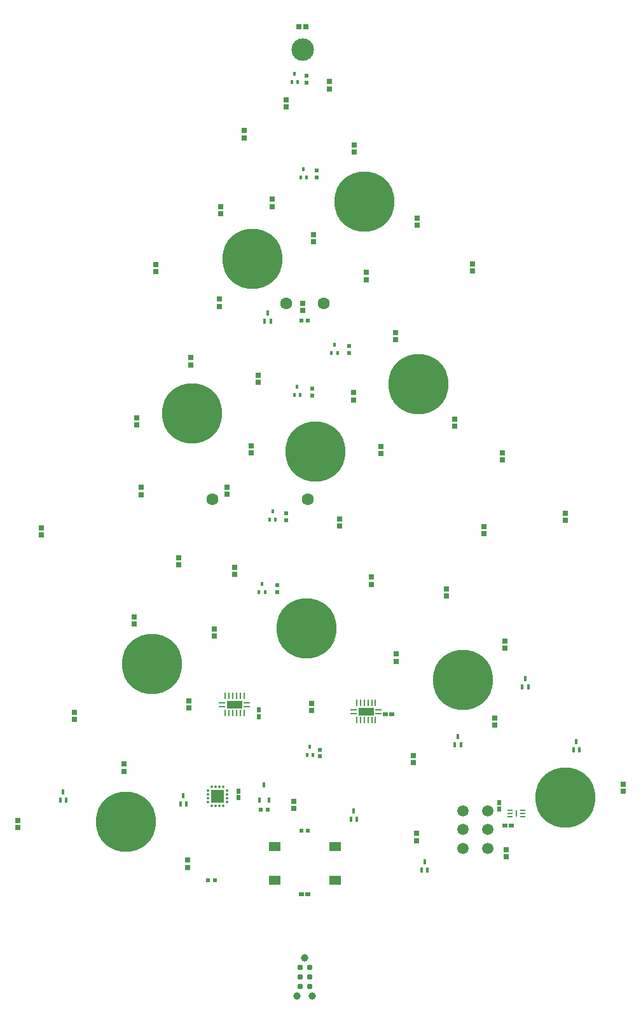
<source format=gbr>
%TF.GenerationSoftware,Altium Limited,Altium Designer,21.4.1 (30)*%
G04 Layer_Color=255*
%FSLAX26Y26*%
%MOIN*%
%TF.SameCoordinates,C79CEFAC-E130-474B-83DD-F1A68A00FB65*%
%TF.FilePolarity,Positive*%
%TF.FileFunction,Pads,Top*%
%TF.Part,Single*%
G01*
G75*
%TA.AperFunction,SMDPad,CuDef*%
%ADD11R,0.021654X0.021654*%
%ADD12O,0.031496X0.007874*%
%ADD13R,0.010236X0.035433*%
%ADD14R,0.027559X0.025591*%
%ADD15R,0.017716X0.023622*%
%ADD16R,0.017716X0.025591*%
%ADD17O,0.009842X0.035433*%
%ADD18O,0.035433X0.009842*%
%ADD19R,0.078740X0.039370*%
%ADD20R,0.025591X0.027559*%
%ADD21R,0.061024X0.051181*%
%ADD22R,0.021654X0.021654*%
%ADD23R,0.024409X0.025984*%
%ADD24C,0.314961*%
%ADD25O,0.013780X0.019685*%
%ADD26O,0.019685X0.013780*%
%ADD27R,0.066929X0.066929*%
%ADD28R,0.025984X0.024409*%
%TA.AperFunction,BGAPad,CuDef*%
%ADD29C,0.031000*%
%TA.AperFunction,ComponentPad*%
%ADD33C,0.062992*%
%ADD34C,0.039000*%
%ADD35C,0.059055*%
%ADD36C,0.118110*%
D11*
X-470284Y878000D02*
D03*
X-505717D02*
D03*
X-17717Y1137000D02*
D03*
X17716D02*
D03*
X-229717Y1248000D02*
D03*
X-194284D02*
D03*
X17717Y3812000D02*
D03*
X-17716D02*
D03*
D12*
X1078012Y1244000D02*
D03*
Y1228252D02*
D03*
Y1212504D02*
D03*
X1143012D02*
D03*
Y1228252D02*
D03*
Y1244000D02*
D03*
D13*
X1110512Y1228252D02*
D03*
D14*
X1670000Y1345299D02*
D03*
Y1382701D02*
D03*
X-98000Y4930299D02*
D03*
Y4967701D02*
D03*
X-169000Y4409299D02*
D03*
Y4446701D02*
D03*
X-439000Y4408000D02*
D03*
Y4370598D02*
D03*
X129000Y5026299D02*
D03*
Y5063701D02*
D03*
X261000Y4732701D02*
D03*
Y4695299D02*
D03*
X-780000Y4067299D02*
D03*
Y4104701D02*
D03*
X-447000Y3923000D02*
D03*
Y3885598D02*
D03*
X47000Y4224598D02*
D03*
Y4262000D02*
D03*
X-9000Y3900701D02*
D03*
Y3863299D02*
D03*
X324000Y4026299D02*
D03*
Y4063701D02*
D03*
X589000Y4349402D02*
D03*
Y4312000D02*
D03*
X880000Y4072000D02*
D03*
Y4109402D02*
D03*
X-880000Y3301000D02*
D03*
Y3263598D02*
D03*
X-598000Y3579299D02*
D03*
Y3616701D02*
D03*
X-280000Y3155701D02*
D03*
Y3118299D02*
D03*
X-244000Y3486598D02*
D03*
Y3524000D02*
D03*
X255000Y3433402D02*
D03*
Y3396000D02*
D03*
X478000Y3710299D02*
D03*
Y3747701D02*
D03*
X788000Y3294402D02*
D03*
Y3257000D02*
D03*
X-1379000Y2688598D02*
D03*
Y2726000D02*
D03*
X-856000Y2937000D02*
D03*
Y2899598D02*
D03*
X-408000Y2900299D02*
D03*
Y2937701D02*
D03*
X182000Y2772000D02*
D03*
Y2734598D02*
D03*
X399000Y3114299D02*
D03*
Y3151701D02*
D03*
X1036000Y3118402D02*
D03*
Y3081000D02*
D03*
X1365000Y2764000D02*
D03*
Y2801402D02*
D03*
X-892000Y2259000D02*
D03*
Y2221598D02*
D03*
X-659000Y2530598D02*
D03*
Y2568000D02*
D03*
X-475000Y2195000D02*
D03*
Y2157598D02*
D03*
X-367000Y2481299D02*
D03*
Y2518701D02*
D03*
X351000Y2466701D02*
D03*
Y2429299D02*
D03*
X744000Y2366598D02*
D03*
Y2404000D02*
D03*
X940000Y2732000D02*
D03*
Y2694598D02*
D03*
X-1208000Y1720299D02*
D03*
Y1757701D02*
D03*
X-606000Y1818701D02*
D03*
Y1781299D02*
D03*
X36000Y1767598D02*
D03*
Y1805000D02*
D03*
X569000Y1532000D02*
D03*
Y1494598D02*
D03*
X479000Y2025598D02*
D03*
Y2063000D02*
D03*
X998000Y1728000D02*
D03*
Y1690598D02*
D03*
X1049000Y2094299D02*
D03*
Y2131701D02*
D03*
X-1503000Y1192701D02*
D03*
Y1155299D02*
D03*
X-946000Y1449299D02*
D03*
Y1486701D02*
D03*
X-615000Y983701D02*
D03*
Y946299D02*
D03*
X-58000Y1254598D02*
D03*
Y1292000D02*
D03*
X586000Y1123701D02*
D03*
Y1086299D02*
D03*
X1058000Y1002000D02*
D03*
Y1039402D02*
D03*
X-316000Y4769299D02*
D03*
Y4806701D02*
D03*
D15*
X-52110Y5104449D02*
D03*
X-36362Y5061142D02*
D03*
X-67858D02*
D03*
X28000Y1578654D02*
D03*
X43748Y1535347D02*
D03*
X12252D02*
D03*
X-223000Y2432654D02*
D03*
X-207252Y2389347D02*
D03*
X-238748D02*
D03*
X-168000Y2809654D02*
D03*
X-152252Y2766347D02*
D03*
X-183748D02*
D03*
X-39000Y3464654D02*
D03*
X-23252Y3421347D02*
D03*
X-54748D02*
D03*
X157000Y3683654D02*
D03*
X172748Y3640347D02*
D03*
X141252D02*
D03*
X-5890Y4604449D02*
D03*
X9858Y4561142D02*
D03*
X-21638D02*
D03*
D16*
X-237591Y1298482D02*
D03*
X-186410D02*
D03*
X-212000Y1377223D02*
D03*
X1408252Y1562347D02*
D03*
X1439748D02*
D03*
X1424000Y1605654D02*
D03*
X1140142Y1890189D02*
D03*
X1171638D02*
D03*
X1155890Y1933496D02*
D03*
X787252Y1588504D02*
D03*
X818748D02*
D03*
X803000Y1631811D02*
D03*
X613252Y931504D02*
D03*
X644748D02*
D03*
X629000Y974811D02*
D03*
X242252Y1196347D02*
D03*
X273748D02*
D03*
X258000Y1239654D02*
D03*
X-651748Y1279504D02*
D03*
X-620252D02*
D03*
X-636000Y1322811D02*
D03*
X-1281748Y1299504D02*
D03*
X-1250252D02*
D03*
X-1266000Y1342811D02*
D03*
X-209858Y3807189D02*
D03*
X-178362D02*
D03*
X-194110Y3850496D02*
D03*
D17*
X371213Y1807276D02*
D03*
X351527D02*
D03*
X331842D02*
D03*
X312158D02*
D03*
X292472D02*
D03*
X272787D02*
D03*
Y1716724D02*
D03*
X292472D02*
D03*
X312158D02*
D03*
X331842D02*
D03*
X351527D02*
D03*
X371213D02*
D03*
X-317787Y1753724D02*
D03*
X-337473D02*
D03*
X-357158D02*
D03*
X-376842D02*
D03*
X-396528D02*
D03*
X-416213D02*
D03*
Y1844276D02*
D03*
X-396528D02*
D03*
X-376842D02*
D03*
X-357158D02*
D03*
X-337473D02*
D03*
X-317787D02*
D03*
D18*
X257039Y1771842D02*
D03*
Y1752158D02*
D03*
X386961D02*
D03*
Y1771842D02*
D03*
X-302039Y1808842D02*
D03*
Y1789158D02*
D03*
X-431961D02*
D03*
Y1808842D02*
D03*
D19*
X322000Y1762000D02*
D03*
X-367000Y1799000D02*
D03*
D20*
X7701Y5352000D02*
D03*
X-29701D02*
D03*
D21*
X-158465Y1055583D02*
D03*
Y878417D02*
D03*
X158464Y1055583D02*
D03*
Y878417D02*
D03*
D22*
X232000Y3641283D02*
D03*
Y3676716D02*
D03*
X80000Y1527283D02*
D03*
Y1562716D02*
D03*
X-142000Y2423716D02*
D03*
Y2388283D02*
D03*
X-98000Y2764283D02*
D03*
Y2799716D02*
D03*
X41000Y3419567D02*
D03*
Y3455000D02*
D03*
X63000Y4562283D02*
D03*
Y4597717D02*
D03*
X9000Y5059283D02*
D03*
Y5094717D02*
D03*
D23*
X1020000Y1250354D02*
D03*
Y1285000D02*
D03*
X-240000Y1736000D02*
D03*
Y1770646D02*
D03*
X-348000Y1311000D02*
D03*
Y1345646D02*
D03*
D24*
X1365000Y1310000D02*
D03*
X314000Y4433000D02*
D03*
X57000Y3124000D02*
D03*
X598000Y3479000D02*
D03*
X-591000Y3324000D02*
D03*
X829000Y1927000D02*
D03*
X-274000Y4135000D02*
D03*
X11000Y2198000D02*
D03*
X-799000Y2012000D02*
D03*
X-938000Y1186000D02*
D03*
D25*
X-426276Y1369354D02*
D03*
X-445961D02*
D03*
X-465646D02*
D03*
X-485331D02*
D03*
Y1268961D02*
D03*
X-465646D02*
D03*
X-445961D02*
D03*
X-426276D02*
D03*
D26*
X-506000Y1348685D02*
D03*
Y1329000D02*
D03*
Y1309315D02*
D03*
Y1289630D02*
D03*
X-405606D02*
D03*
Y1309315D02*
D03*
Y1329000D02*
D03*
Y1348685D02*
D03*
D27*
X-455803Y1319157D02*
D03*
D28*
X1084323Y1163000D02*
D03*
X1049677D02*
D03*
X457323Y1748000D02*
D03*
X422677D02*
D03*
X-17323Y805000D02*
D03*
X17323D02*
D03*
D29*
X-25000Y422000D02*
D03*
Y372000D02*
D03*
Y322000D02*
D03*
X25000D02*
D03*
Y372000D02*
D03*
Y422000D02*
D03*
D33*
X15748Y2874055D02*
D03*
X-484252D02*
D03*
X98425Y3901000D02*
D03*
X-98425D02*
D03*
D34*
X0Y472000D02*
D03*
X40000Y272000D02*
D03*
X-40000D02*
D03*
D35*
X829039Y1242425D02*
D03*
Y1144000D02*
D03*
Y1045575D02*
D03*
X958961Y1242425D02*
D03*
Y1144000D02*
D03*
Y1045575D02*
D03*
D36*
X-9000Y5230000D02*
D03*
%TF.MD5,1ae6659358fd7cf2b6d7d23f7b23b6db*%
M02*

</source>
